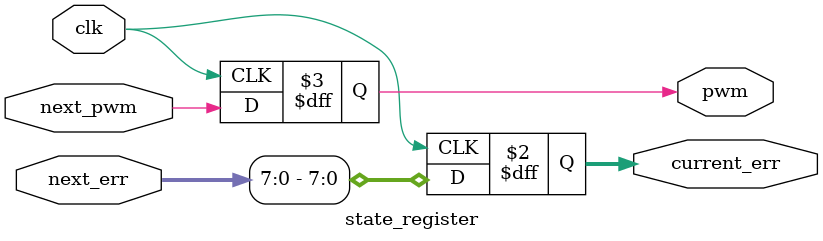
<source format=sv>
module dither_pwm #(parameter N=8)(
    input clk, 
    input [N-1:0] din,
    output pwm
);
    wire [N:0] next_err;
    wire [N-1:0] current_err;
    wire next_pwm;
    
    // 误差计算子模块实例化
    error_accumulator #(.N(N)) u_error_acc (
        .din(din),
        .prev_err(current_err),
        .next_err(next_err),
        .pwm_bit(next_pwm)
    );
    
    // 状态寄存器子模块实例化
    state_register #(.N(N)) u_state_reg (
        .clk(clk),
        .next_err(next_err),
        .next_pwm(next_pwm),
        .current_err(current_err),
        .pwm(pwm)
    );
    
endmodule

// 误差计算子模块 - 处理误差累加和输出位生成
module error_accumulator #(parameter N=8)(
    input [N-1:0] din,
    input [N-1:0] prev_err,
    output [N:0] next_err,
    output pwm_bit
);
    // 计算新的误差和PWM输出位
    assign next_err = din + prev_err;
    assign pwm_bit = next_err[N];
    
endmodule

// 状态寄存器子模块 - 处理时序和状态存储
module state_register #(parameter N=8)(
    input clk,
    input [N:0] next_err,
    input next_pwm,
    output reg [N-1:0] current_err,
    output reg pwm
);
    // 时钟上升沿时更新状态
    always @(posedge clk) begin
        pwm <= next_pwm;
        current_err <= next_err[N-1:0];
    end
    
endmodule
</source>
